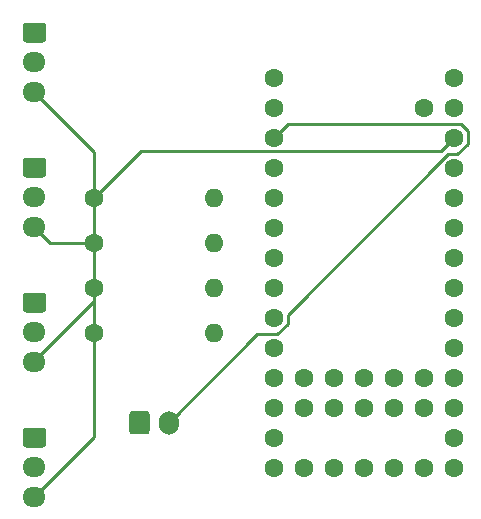
<source format=gbl>
%TF.GenerationSoftware,KiCad,Pcbnew,(5.1.10-1-10_14)*%
%TF.CreationDate,2021-10-17T13:29:00+11:00*%
%TF.ProjectId,glove-board,676c6f76-652d-4626-9f61-72642e6b6963,rev?*%
%TF.SameCoordinates,Original*%
%TF.FileFunction,Copper,L2,Bot*%
%TF.FilePolarity,Positive*%
%FSLAX46Y46*%
G04 Gerber Fmt 4.6, Leading zero omitted, Abs format (unit mm)*
G04 Created by KiCad (PCBNEW (5.1.10-1-10_14)) date 2021-10-17 13:29:00*
%MOMM*%
%LPD*%
G01*
G04 APERTURE LIST*
%TA.AperFunction,ComponentPad*%
%ADD10O,1.700000X2.000000*%
%TD*%
%TA.AperFunction,ComponentPad*%
%ADD11O,1.950000X1.700000*%
%TD*%
%TA.AperFunction,ComponentPad*%
%ADD12C,1.600000*%
%TD*%
%TA.AperFunction,ComponentPad*%
%ADD13O,1.600000X1.600000*%
%TD*%
%TA.AperFunction,Conductor*%
%ADD14C,0.250000*%
%TD*%
G04 APERTURE END LIST*
%TO.P,BTN1,1*%
%TO.N,Net-(BTN1-Pad1)*%
%TA.AperFunction,ComponentPad*%
G36*
G01*
X117260000Y-1018020000D02*
X117260000Y-1016520000D01*
G75*
G02*
X117510000Y-1016270000I250000J0D01*
G01*
X118710000Y-1016270000D01*
G75*
G02*
X118960000Y-1016520000I0J-250000D01*
G01*
X118960000Y-1018020000D01*
G75*
G02*
X118710000Y-1018270000I-250000J0D01*
G01*
X117510000Y-1018270000D01*
G75*
G02*
X117260000Y-1018020000I0J250000D01*
G01*
G37*
%TD.AperFunction*%
D10*
%TO.P,BTN1,2*%
%TO.N,Net-(BTN1-Pad2)*%
X120610000Y-1017270000D03*
%TD*%
%TO.P,J1,1*%
%TO.N,Net-(J1-Pad1)*%
%TA.AperFunction,ComponentPad*%
G36*
G01*
X108495000Y-1017690000D02*
X109945000Y-1017690000D01*
G75*
G02*
X110195000Y-1017940000I0J-250000D01*
G01*
X110195000Y-1019140000D01*
G75*
G02*
X109945000Y-1019390000I-250000J0D01*
G01*
X108495000Y-1019390000D01*
G75*
G02*
X108245000Y-1019140000I0J250000D01*
G01*
X108245000Y-1017940000D01*
G75*
G02*
X108495000Y-1017690000I250000J0D01*
G01*
G37*
%TD.AperFunction*%
D11*
%TO.P,J1,2*%
%TO.N,Net-(BTN1-Pad1)*%
X109220000Y-1021040000D03*
%TO.P,J1,3*%
%TO.N,Net-(J1-Pad3)*%
X109220000Y-1023540000D03*
%TD*%
%TO.P,J2,3*%
%TO.N,Net-(J1-Pad3)*%
X109220000Y-1012110000D03*
%TO.P,J2,2*%
%TO.N,Net-(BTN1-Pad1)*%
X109220000Y-1009610000D03*
%TO.P,J2,1*%
%TO.N,Net-(J2-Pad1)*%
%TA.AperFunction,ComponentPad*%
G36*
G01*
X108495000Y-1006260000D02*
X109945000Y-1006260000D01*
G75*
G02*
X110195000Y-1006510000I0J-250000D01*
G01*
X110195000Y-1007710000D01*
G75*
G02*
X109945000Y-1007960000I-250000J0D01*
G01*
X108495000Y-1007960000D01*
G75*
G02*
X108245000Y-1007710000I0J250000D01*
G01*
X108245000Y-1006510000D01*
G75*
G02*
X108495000Y-1006260000I250000J0D01*
G01*
G37*
%TD.AperFunction*%
%TD*%
%TO.P,J3,1*%
%TO.N,Net-(J3-Pad1)*%
%TA.AperFunction,ComponentPad*%
G36*
G01*
X108495000Y-994830000D02*
X109945000Y-994830000D01*
G75*
G02*
X110195000Y-995080000I0J-250000D01*
G01*
X110195000Y-996280000D01*
G75*
G02*
X109945000Y-996530000I-250000J0D01*
G01*
X108495000Y-996530000D01*
G75*
G02*
X108245000Y-996280000I0J250000D01*
G01*
X108245000Y-995080000D01*
G75*
G02*
X108495000Y-994830000I250000J0D01*
G01*
G37*
%TD.AperFunction*%
%TO.P,J3,2*%
%TO.N,Net-(BTN1-Pad1)*%
X109220000Y-998180000D03*
%TO.P,J3,3*%
%TO.N,Net-(J1-Pad3)*%
X109220000Y-1000680000D03*
%TD*%
%TO.P,J4,3*%
%TO.N,Net-(J1-Pad3)*%
X109220000Y-989250000D03*
%TO.P,J4,2*%
%TO.N,Net-(BTN1-Pad1)*%
X109220000Y-986750000D03*
%TO.P,J4,1*%
%TO.N,Net-(J4-Pad1)*%
%TA.AperFunction,ComponentPad*%
G36*
G01*
X108495000Y-983400000D02*
X109945000Y-983400000D01*
G75*
G02*
X110195000Y-983650000I0J-250000D01*
G01*
X110195000Y-984850000D01*
G75*
G02*
X109945000Y-985100000I-250000J0D01*
G01*
X108495000Y-985100000D01*
G75*
G02*
X108245000Y-984850000I0J250000D01*
G01*
X108245000Y-983650000D01*
G75*
G02*
X108495000Y-983400000I250000J0D01*
G01*
G37*
%TD.AperFunction*%
%TD*%
D12*
%TO.P,R1,1*%
%TO.N,Net-(J1-Pad3)*%
X114300000Y-1009650000D03*
D13*
%TO.P,R1,2*%
%TO.N,Net-(J1-Pad1)*%
X124460000Y-1009650000D03*
%TD*%
%TO.P,R2,2*%
%TO.N,Net-(J2-Pad1)*%
X124460000Y-1005840000D03*
D12*
%TO.P,R2,1*%
%TO.N,Net-(J1-Pad3)*%
X114300000Y-1005840000D03*
%TD*%
%TO.P,R3,1*%
%TO.N,Net-(J1-Pad3)*%
X114300000Y-1002030000D03*
D13*
%TO.P,R3,2*%
%TO.N,Net-(J3-Pad1)*%
X124460000Y-1002030000D03*
%TD*%
%TO.P,R4,2*%
%TO.N,Net-(J4-Pad1)*%
X124460000Y-998220000D03*
D12*
%TO.P,R4,1*%
%TO.N,Net-(J1-Pad3)*%
X114300000Y-998220000D03*
%TD*%
%TO.P,U1,17*%
%TO.N,Net-(U1-Pad17)*%
X137160000Y-1021080000D03*
%TO.P,U1,18*%
%TO.N,Net-(U1-Pad18)*%
X139700000Y-1021080000D03*
%TO.P,U1,19*%
%TO.N,Net-(U1-Pad19)*%
X142240000Y-1021080000D03*
%TO.P,U1,20*%
%TO.N,Net-(U1-Pad20)*%
X144780000Y-1021080000D03*
%TO.P,U1,16*%
%TO.N,Net-(U1-Pad16)*%
X134620000Y-1021080000D03*
%TO.P,U1,15*%
%TO.N,Net-(U1-Pad15)*%
X132080000Y-1021080000D03*
%TO.P,U1,14*%
%TO.N,Net-(U1-Pad14)*%
X129540000Y-1021080000D03*
%TO.P,U1,21*%
%TO.N,Net-(U1-Pad21)*%
X144780000Y-1018540000D03*
%TO.P,U1,22*%
%TO.N,Net-(U1-Pad22)*%
X144780000Y-1016000000D03*
%TO.P,U1,23*%
%TO.N,Net-(J1-Pad1)*%
X144780000Y-1013460000D03*
%TO.P,U1,24*%
%TO.N,Net-(J2-Pad1)*%
X144780000Y-1010920000D03*
%TO.P,U1,25*%
%TO.N,Net-(J3-Pad1)*%
X144780000Y-1008380000D03*
%TO.P,U1,26*%
%TO.N,Net-(J4-Pad1)*%
X144780000Y-1005840000D03*
%TO.P,U1,27*%
%TO.N,Net-(U1-Pad27)*%
X144780000Y-1003300000D03*
%TO.P,U1,28*%
%TO.N,Net-(U1-Pad28)*%
X144780000Y-1000760000D03*
%TO.P,U1,29*%
%TO.N,Net-(U1-Pad29)*%
X144780000Y-998220000D03*
%TO.P,U1,30*%
%TO.N,Net-(U1-Pad30)*%
X144780000Y-995680000D03*
%TO.P,U1,31*%
%TO.N,Net-(J1-Pad3)*%
X144780000Y-993140000D03*
%TO.P,U1,32*%
%TO.N,Net-(U1-Pad32)*%
X144780000Y-990600000D03*
%TO.P,U1,33*%
%TO.N,Net-(U1-Pad33)*%
X144780000Y-988060000D03*
%TO.P,U1,34*%
%TO.N,Net-(U1-Pad34)*%
X142240000Y-990600000D03*
%TO.P,U1,13*%
%TO.N,Net-(U1-Pad13)*%
X129540000Y-1018540000D03*
%TO.P,U1,12*%
%TO.N,Net-(U1-Pad12)*%
X129540000Y-1016000000D03*
%TO.P,U1,11*%
%TO.N,Net-(U1-Pad11)*%
X129540000Y-1013460000D03*
%TO.P,U1,10*%
%TO.N,Net-(U1-Pad10)*%
X129540000Y-1010920000D03*
%TO.P,U1,9*%
%TO.N,Net-(U1-Pad9)*%
X129540000Y-1008380000D03*
%TO.P,U1,8*%
%TO.N,Net-(U1-Pad8)*%
X129540000Y-1005840000D03*
%TO.P,U1,7*%
%TO.N,Net-(U1-Pad7)*%
X129540000Y-1003300000D03*
%TO.P,U1,6*%
%TO.N,Net-(U1-Pad6)*%
X129540000Y-1000760000D03*
%TO.P,U1,5*%
%TO.N,Net-(U1-Pad5)*%
X129540000Y-998220000D03*
%TO.P,U1,4*%
%TO.N,Net-(U1-Pad4)*%
X129540000Y-995680000D03*
%TO.P,U1,3*%
%TO.N,Net-(BTN1-Pad2)*%
X129540000Y-993140000D03*
%TO.P,U1,2*%
%TO.N,Net-(U1-Pad2)*%
X129540000Y-990600000D03*
%TO.P,U1,1*%
%TO.N,Net-(BTN1-Pad1)*%
X129540000Y-988060000D03*
%TO.P,U1,35*%
%TO.N,Net-(U1-Pad35)*%
X142240000Y-1016000000D03*
%TO.P,U1,36*%
%TO.N,Net-(U1-Pad36)*%
X142240000Y-1013460000D03*
%TO.P,U1,37*%
%TO.N,Net-(U1-Pad37)*%
X139700000Y-1016000000D03*
%TO.P,U1,38*%
%TO.N,Net-(U1-Pad38)*%
X139700000Y-1013460000D03*
%TO.P,U1,39*%
%TO.N,Net-(U1-Pad39)*%
X137160000Y-1016000000D03*
%TO.P,U1,40*%
%TO.N,Net-(U1-Pad40)*%
X137160000Y-1013460000D03*
%TO.P,U1,41*%
%TO.N,Net-(U1-Pad41)*%
X134620000Y-1016000000D03*
%TO.P,U1,42*%
%TO.N,Net-(U1-Pad42)*%
X134620000Y-1013460000D03*
%TO.P,U1,43*%
%TO.N,Net-(U1-Pad43)*%
X132080000Y-1016000000D03*
%TO.P,U1,44*%
%TO.N,Net-(U1-Pad44)*%
X132080000Y-1013460000D03*
%TD*%
D14*
%TO.N,Net-(BTN1-Pad2)*%
X129790003Y-1009794999D02*
X128085001Y-1009794999D01*
X130665001Y-1008129997D02*
X130665001Y-1008920001D01*
X130665001Y-1008920001D02*
X129790003Y-1009794999D01*
X145030003Y-994554999D02*
X144239999Y-994554999D01*
X145905001Y-993680001D02*
X145030003Y-994554999D01*
X145905001Y-992599999D02*
X145905001Y-993680001D01*
X145320001Y-992014999D02*
X145905001Y-992599999D01*
X144239999Y-994554999D02*
X130665001Y-1008129997D01*
X130665001Y-992014999D02*
X145320001Y-992014999D01*
X128085001Y-1009794999D02*
X120610000Y-1017270000D01*
X129540000Y-993140000D02*
X130665001Y-992014999D01*
%TO.N,Net-(J1-Pad3)*%
X118254999Y-994265001D02*
X114300000Y-998220000D01*
X143654999Y-994265001D02*
X118254999Y-994265001D01*
X144780000Y-993140000D02*
X143654999Y-994265001D01*
X114300000Y-998220000D02*
X114300000Y-1002030000D01*
X114300000Y-1002030000D02*
X114300000Y-1005840000D01*
X114300000Y-1005840000D02*
X114300000Y-1009650000D01*
X114300000Y-1018460000D02*
X109220000Y-1023540000D01*
X114300000Y-1009650000D02*
X114300000Y-1018460000D01*
X114300000Y-1006971370D02*
X109220000Y-1012051370D01*
X109220000Y-1012051370D02*
X109220000Y-1012110000D01*
X114300000Y-1005840000D02*
X114300000Y-1006971370D01*
X110570000Y-1002030000D02*
X109220000Y-1000680000D01*
X114300000Y-1002030000D02*
X110570000Y-1002030000D01*
X114300000Y-994330000D02*
X109220000Y-989250000D01*
X114300000Y-998220000D02*
X114300000Y-994330000D01*
%TD*%
M02*

</source>
